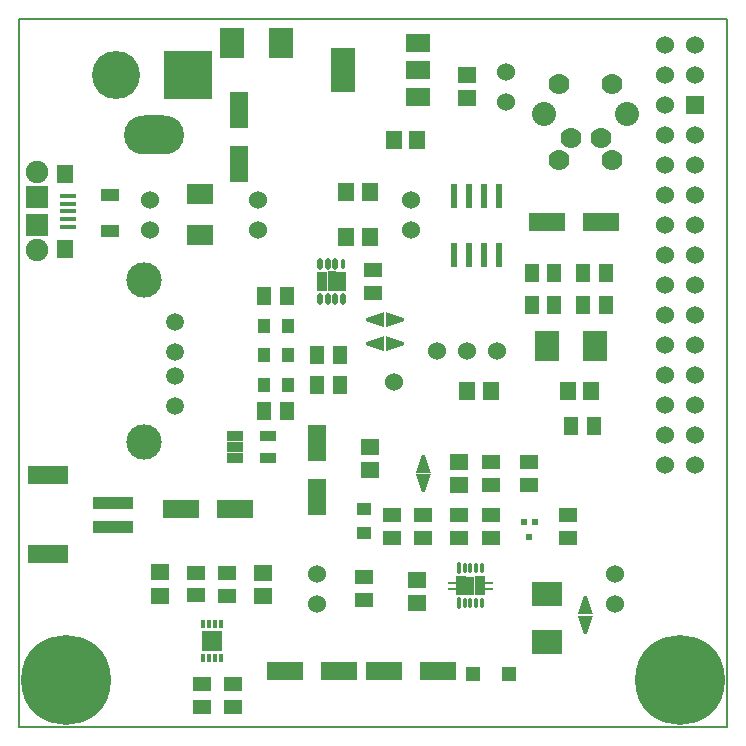
<source format=gts>
G04 (created by PCBNEW (2013-03-15 BZR 4003)-stable) date 24-Aug-13 4:32:32 PM*
%MOIN*%
G04 Gerber Fmt 3.4, Leading zero omitted, Abs format*
%FSLAX34Y34*%
G01*
G70*
G90*
G04 APERTURE LIST*
%ADD10C,0*%
%ADD11C,0.00590551*%
%ADD12R,0.0531496X0.0610236*%
%ADD13R,0.064X0.12*%
%ADD14R,0.12X0.064*%
%ADD15R,0.0610236X0.0531496*%
%ADD16R,0.0511811X0.0511811*%
%ADD17R,0.0512X0.059*%
%ADD18R,0.059X0.0512*%
%ADD19C,0.07*%
%ADD20C,0.08*%
%ADD21R,0.0533071X0.033622*%
%ADD22R,0.0787402X0.0984252*%
%ADD23R,0.0874016X0.0688976*%
%ADD24R,0.04X0.05*%
%ADD25R,0.0984252X0.0787402*%
%ADD26R,0.05X0.04*%
%ADD27R,0.0629921X0.0393701*%
%ADD28R,0.1337X0.059*%
%ADD29R,0.1377X0.0392*%
%ADD30C,0.06*%
%ADD31R,0.06X0.06*%
%ADD32C,0.16*%
%ADD33R,0.16X0.16*%
%ADD34O,0.2X0.13*%
%ADD35R,0.024X0.08*%
%ADD36R,0.054X0.016*%
%ADD37R,0.056X0.063*%
%ADD38R,0.075X0.075*%
%ADD39C,0.075*%
%ADD40O,0.0110236X0.0334646*%
%ADD41O,0.0165354X0.0389764*%
%ADD42R,0.03X0.0646457*%
%ADD43R,0.0323622X0.0323622*%
%ADD44R,0.0276378X0.0111024*%
%ADD45C,0.0591*%
%ADD46C,0.1181*%
%ADD47O,0.0137795X0.0334646*%
%ADD48O,0.0192913X0.0389764*%
%ADD49R,0.03X0.0650394*%
%ADD50R,0.0323622X0.0325591*%
%ADD51R,0.011811X0.0275591*%
%ADD52R,0.0322835X0.0346457*%
%ADD53C,0.3*%
%ADD54R,0.019685X0.023622*%
%ADD55R,0.08X0.15*%
%ADD56R,0.08X0.06*%
G04 APERTURE END LIST*
G54D10*
G54D11*
X34547Y-31003D02*
X34547Y-7381D01*
X58169Y-31003D02*
X34547Y-31003D01*
X58169Y-7381D02*
X58169Y-31003D01*
X34547Y-7381D02*
X58169Y-7381D01*
G54D12*
X47834Y-11417D03*
X47047Y-11417D03*
G54D13*
X44488Y-23340D03*
X44488Y-21540D03*
G54D14*
X41746Y-23720D03*
X39946Y-23720D03*
G54D15*
X49212Y-22145D03*
X49212Y-22933D03*
X47834Y-26082D03*
X47834Y-26870D03*
G54D14*
X43430Y-29133D03*
X45230Y-29133D03*
G54D16*
X50885Y-29232D03*
X49704Y-29232D03*
G54D17*
X45256Y-18602D03*
X44506Y-18602D03*
X44506Y-19586D03*
X45256Y-19586D03*
X42735Y-20472D03*
X43485Y-20472D03*
G54D18*
X50295Y-22914D03*
X50295Y-22164D03*
X52854Y-24686D03*
X52854Y-23936D03*
X49212Y-23936D03*
X49212Y-24686D03*
X50295Y-23936D03*
X50295Y-24686D03*
X46988Y-24686D03*
X46988Y-23936D03*
X46062Y-26752D03*
X46062Y-26002D03*
X46358Y-16516D03*
X46358Y-15766D03*
G54D17*
X43485Y-16633D03*
X42735Y-16633D03*
G54D18*
X51574Y-22164D03*
X51574Y-22914D03*
X48011Y-23936D03*
X48011Y-24686D03*
X41496Y-25865D03*
X41496Y-26615D03*
G54D10*
G36*
X53394Y-26638D02*
X53494Y-26638D01*
X53694Y-27238D01*
X53194Y-27238D01*
X53394Y-26638D01*
X53394Y-26638D01*
G37*
G36*
X53194Y-27288D02*
X53694Y-27288D01*
X53494Y-27888D01*
X53394Y-27888D01*
X53194Y-27288D01*
X53194Y-27288D01*
G37*
G36*
X47981Y-21914D02*
X48081Y-21914D01*
X48281Y-22514D01*
X47781Y-22514D01*
X47981Y-21914D01*
X47981Y-21914D01*
G37*
G36*
X47781Y-22564D02*
X48281Y-22564D01*
X48081Y-23164D01*
X47981Y-23164D01*
X47781Y-22564D01*
X47781Y-22564D01*
G37*
G54D19*
X54319Y-9547D03*
X52569Y-9547D03*
G54D20*
X54819Y-10547D03*
X52069Y-10547D03*
G54D19*
X52569Y-12097D03*
X54319Y-12097D03*
X52944Y-11347D03*
X53944Y-11347D03*
G54D21*
X41771Y-21279D03*
X41771Y-22027D03*
X41771Y-21653D03*
X42874Y-22027D03*
X42874Y-21279D03*
G54D14*
X48518Y-29133D03*
X46718Y-29133D03*
G54D12*
X46259Y-13149D03*
X45472Y-13149D03*
X46259Y-14665D03*
X45472Y-14665D03*
G54D13*
X41889Y-10438D03*
X41889Y-12238D03*
G54D15*
X49507Y-9251D03*
X49507Y-10039D03*
X46259Y-21653D03*
X46259Y-22440D03*
G54D12*
X49507Y-19783D03*
X50295Y-19783D03*
G54D14*
X53951Y-14173D03*
X52151Y-14173D03*
G54D15*
X42677Y-25846D03*
X42677Y-26633D03*
X39271Y-25826D03*
X39271Y-26614D03*
G54D12*
X53641Y-19783D03*
X52854Y-19783D03*
G54D22*
X43287Y-8188D03*
X41673Y-8188D03*
G54D23*
X40604Y-13214D03*
X40604Y-14592D03*
G54D24*
X42710Y-19586D03*
X43510Y-19586D03*
X43510Y-18602D03*
X42710Y-18602D03*
G54D25*
X52165Y-26555D03*
X52165Y-28169D03*
G54D26*
X46062Y-24514D03*
X46062Y-23714D03*
G54D24*
X43510Y-17618D03*
X42710Y-17618D03*
G54D22*
X53759Y-18307D03*
X52145Y-18307D03*
G54D27*
X37604Y-14443D03*
X37604Y-13262D03*
G54D28*
X35511Y-22599D03*
G54D29*
X37696Y-23524D03*
X37696Y-24310D03*
G54D28*
X35511Y-25235D03*
G54D30*
X48507Y-18444D03*
X49507Y-18444D03*
X50507Y-18444D03*
X50787Y-10145D03*
X50787Y-9145D03*
X42519Y-14437D03*
X42519Y-13437D03*
X44488Y-26877D03*
X44488Y-25877D03*
X54429Y-26877D03*
X54429Y-25877D03*
X47618Y-14437D03*
X47618Y-13437D03*
X56084Y-8271D03*
X57084Y-8271D03*
X56084Y-9271D03*
X57084Y-9271D03*
X56084Y-10271D03*
G54D31*
X57084Y-10271D03*
G54D30*
X56084Y-11271D03*
X57084Y-11271D03*
X56084Y-12271D03*
X57084Y-12271D03*
X56084Y-13271D03*
X57084Y-13271D03*
X56084Y-14271D03*
X57084Y-14271D03*
X56084Y-15271D03*
X57084Y-15271D03*
X56084Y-16271D03*
X57084Y-16271D03*
X56084Y-17271D03*
X57084Y-17271D03*
X56084Y-18271D03*
X57084Y-18271D03*
X56084Y-19271D03*
X57084Y-19271D03*
X56084Y-20271D03*
X57084Y-20271D03*
G54D32*
X37795Y-9251D03*
G54D33*
X40195Y-9251D03*
G54D34*
X39045Y-11251D03*
G54D35*
X49053Y-13301D03*
X49053Y-15242D03*
X49553Y-13301D03*
X50053Y-13301D03*
X50553Y-13301D03*
X49553Y-15242D03*
X50053Y-15242D03*
X50553Y-15242D03*
G54D18*
X40472Y-25845D03*
X40472Y-26595D03*
X41692Y-30315D03*
X41692Y-29565D03*
X40669Y-30315D03*
X40669Y-29565D03*
G54D17*
X52971Y-20964D03*
X53721Y-20964D03*
X51652Y-16929D03*
X52402Y-16929D03*
X54115Y-15846D03*
X53365Y-15846D03*
X53365Y-16929D03*
X54115Y-16929D03*
X52402Y-15846D03*
X51652Y-15846D03*
G54D10*
G36*
X46126Y-18258D02*
X46126Y-18158D01*
X46726Y-17958D01*
X46726Y-18458D01*
X46126Y-18258D01*
X46126Y-18258D01*
G37*
G36*
X46776Y-18458D02*
X46776Y-17958D01*
X47376Y-18158D01*
X47376Y-18258D01*
X46776Y-18458D01*
X46776Y-18458D01*
G37*
G36*
X46126Y-17471D02*
X46126Y-17371D01*
X46726Y-17171D01*
X46726Y-17671D01*
X46126Y-17471D01*
X46126Y-17471D01*
G37*
G36*
X46776Y-17671D02*
X46776Y-17171D01*
X47376Y-17371D01*
X47376Y-17471D01*
X46776Y-17671D01*
X46776Y-17671D01*
G37*
G54D30*
X47047Y-19488D03*
G54D36*
X36200Y-13799D03*
X36200Y-14055D03*
X36200Y-14311D03*
X36200Y-13543D03*
X36200Y-13287D03*
G54D37*
X36100Y-12549D03*
X36100Y-15049D03*
G54D38*
X35150Y-13324D03*
X35150Y-14274D03*
G54D39*
X35150Y-12499D03*
X35150Y-15099D03*
G54D40*
X50000Y-25698D03*
X49803Y-25698D03*
X49606Y-25698D03*
X49409Y-25698D03*
G54D41*
X49212Y-25698D03*
X49212Y-26860D03*
G54D40*
X49409Y-26860D03*
X49606Y-26860D03*
X49803Y-26860D03*
X50000Y-26860D03*
G54D42*
X49606Y-26279D03*
G54D43*
X49299Y-26440D03*
X49299Y-26118D03*
X49913Y-26118D03*
X49913Y-26440D03*
G54D44*
X49000Y-26181D03*
X49000Y-26377D03*
X50212Y-26181D03*
X50212Y-26377D03*
G54D45*
X39763Y-20297D03*
X39763Y-19297D03*
X39763Y-18497D03*
X39763Y-17497D03*
G54D46*
X38713Y-21497D03*
X38713Y-16097D03*
G54D47*
X45364Y-15561D03*
G54D48*
X45108Y-15561D03*
X44852Y-15561D03*
X44596Y-15561D03*
X44596Y-16722D03*
X44852Y-16722D03*
X45106Y-16722D03*
X45364Y-16722D03*
G54D49*
X44980Y-16141D03*
G54D50*
X44673Y-16304D03*
X44673Y-15979D03*
X45287Y-15979D03*
X45287Y-16304D03*
G54D51*
X41280Y-27551D03*
X41083Y-27551D03*
X40887Y-27551D03*
X40690Y-27551D03*
X40690Y-28693D03*
X40887Y-28693D03*
X41083Y-28693D03*
X41280Y-28693D03*
G54D52*
X41146Y-28295D03*
X40824Y-28295D03*
X41146Y-27949D03*
X40824Y-27949D03*
G54D53*
X36122Y-29429D03*
X56594Y-29429D03*
G54D54*
X51771Y-24153D03*
X51574Y-24665D03*
X51377Y-24153D03*
G54D30*
X38937Y-14437D03*
X38937Y-13437D03*
X56084Y-21271D03*
X56084Y-22271D03*
X57084Y-21271D03*
X57084Y-22271D03*
G54D55*
X45350Y-9100D03*
G54D56*
X47850Y-9100D03*
X47850Y-8200D03*
X47850Y-10000D03*
M02*

</source>
